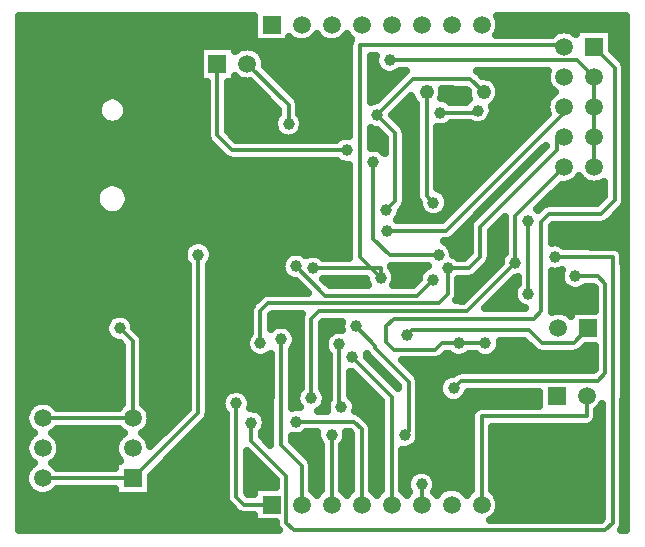
<source format=gbr>
G04 DipTrace 3.2.0.1*
G04 Bottom.gbr*
%MOIN*%
G04 #@! TF.FileFunction,Copper,L2,Bot*
G04 #@! TF.Part,Single*
G04 #@! TA.AperFunction,Conductor*
%ADD14C,0.011811*%
G04 #@! TA.AperFunction,CopperBalancing*
%ADD15C,0.025*%
G04 #@! TA.AperFunction,ComponentPad*
%ADD23R,0.059055X0.059055*%
%ADD24C,0.059055*%
%ADD37C,0.048*%
G04 #@! TA.AperFunction,ViaPad*
%ADD38C,0.03937*%
%FSLAX26Y26*%
G04*
G70*
G90*
G75*
G01*
G04 Bottom*
%LPD*%
X1424843Y1317228D2*
D14*
X1650661D1*
Y1286075D1*
X1581764Y1354972D1*
Y2060900D1*
X2262244D1*
Y2054651D1*
X1673177Y1441980D2*
X1868311D1*
X2262244Y1835913D1*
Y1854651D1*
X1250197Y1067374D2*
Y1174669D1*
X1275787Y1200260D1*
X1844441D1*
X1874795Y1230614D1*
Y1317228D1*
X1944472D1*
X1982619Y1355375D1*
Y1456299D1*
X2237257Y1710937D1*
Y1754651D1*
X2262244D1*
X1418701Y884299D2*
Y1149079D1*
X1444291Y1174669D1*
X1938791D1*
X2099335Y1335213D1*
Y1491741D1*
X2262244Y1654651D1*
X1987357Y529811D2*
Y823530D1*
X2337257D1*
Y892273D1*
X1343601Y1798428D2*
Y1860932D1*
X1206126Y1998407D1*
X2362244Y1654651D2*
Y1754651D1*
X524906Y817302D2*
X824906D1*
X2362244Y1954651D2*
X2305990Y2010906D1*
X1681066D1*
X2362244Y1854651D2*
Y1954651D1*
Y1754651D2*
Y1854651D1*
X824906Y817302D2*
Y1073504D1*
X781160Y1117249D1*
X1849798Y1835924D2*
X1968535D1*
X1974785Y1842173D1*
X2362244Y2054651D2*
X2430987Y1985908D1*
Y1543298D1*
X2385866Y1498177D1*
X2211541D1*
X2185949Y1472585D1*
Y1174669D1*
X2160358Y1149079D1*
X1694972D1*
X1669382Y1123488D1*
Y1071311D1*
X1694972Y1045720D1*
X1831508D1*
X1853717Y1067929D1*
X1911512D1*
X1999782D1*
Y1067255D1*
X1668378Y1510492D2*
X1698768Y1540882D1*
Y1767087D1*
X1637744Y1828110D1*
X1757988Y1948354D1*
X1949845D1*
X1993533Y1904667D1*
X1803533D2*
Y1559274D1*
X1826724Y1536083D1*
X1787357Y529811D2*
Y596740D1*
X1787358D1*
X524906Y617302D2*
X824906D1*
X1042413Y834810D1*
Y1361953D1*
X2142642Y1473465D2*
Y1232063D1*
X1893543Y917270D2*
X1917773Y941500D1*
X2373961D1*
X2399551Y967091D1*
Y1264827D1*
X2373961Y1290417D1*
X2299748D1*
X1731060Y761037D2*
X1744051Y774028D1*
Y938835D1*
X1632646Y1050240D1*
Y1059430D1*
X1568577Y1123499D1*
X1738280Y1094673D2*
X1754843Y1111236D1*
X2144122D1*
X2187323Y1068035D1*
X2294282D1*
X2343496Y1117249D1*
X1843549Y1360974D2*
X1680495D1*
X1625071Y1416398D1*
Y1670161D1*
X1537331Y1710937D2*
X1155587D1*
X1106126Y1760398D1*
Y1998407D1*
X1512567Y1063437D2*
Y854777D1*
X1518583D1*
X1826724Y1279701D2*
X1772874Y1225850D1*
X1466226D1*
X1368598Y1323478D1*
X1318701Y1080169D2*
Y728000D1*
X1387357Y659344D1*
Y529811D1*
X2231008Y1354724D2*
X2425142D1*
Y468976D1*
X2399551Y443386D1*
X1362161D1*
X1336571Y468976D1*
Y625283D1*
X1218701Y743154D1*
Y801827D1*
X1168701Y866524D2*
Y555402D1*
X1194291Y529811D1*
X1287357D1*
X1487357D2*
Y762567D1*
X1487358D1*
X1368701Y805874D2*
X1561764D1*
X1587357Y780281D1*
Y529811D1*
X1555874Y1020130D2*
X1687357Y888647D1*
Y529811D1*
D38*
X1650661Y1286075D3*
X1424843Y1317228D3*
X1673177Y1441980D3*
X1250197Y1067374D3*
X1874795Y1317228D3*
X1418701Y884299D3*
X2099335Y1335213D3*
X1681066Y2010906D3*
X781160Y1117249D3*
X1343601Y1798428D3*
X1911512Y1067929D3*
X1999782Y1067255D3*
X1637744Y1828110D3*
X1668378Y1510492D3*
X1826724Y1536083D3*
X1787358Y596740D3*
X1042413Y1361953D3*
X2142642Y1232063D3*
Y1473465D3*
X2299748Y1290417D3*
X1893543Y917270D3*
X1625071Y1670161D3*
X1843549Y1360974D3*
X1537331Y1710937D3*
X1518583Y854777D3*
X1512567Y1063437D3*
X1368598Y1323478D3*
X1826724Y1279701D3*
X1218701Y801827D3*
X2231008Y1354724D3*
X1168701Y866524D3*
X1487358Y762567D3*
X1368701Y805874D3*
X1555874Y1020130D3*
X1318701Y1080169D3*
X1568577Y1123499D3*
X1731060Y761037D3*
X1738280Y1094673D3*
X1849798Y1835924D3*
X1974785Y1842173D3*
X448089Y2132867D2*
D15*
X1226082D1*
X2048559D2*
X2465306D1*
X448089Y2107999D2*
X1226082D1*
X2044504D2*
X2235073D1*
X2289414D2*
X2300957D1*
X2423513D2*
X2465306D1*
X448089Y2083130D2*
X1226082D1*
X1425789D2*
X1448923D1*
X1525799D2*
X1548932D1*
X2423513D2*
X2465306D1*
X448089Y2058261D2*
X1544123D1*
X2423513D2*
X2465306D1*
X448089Y2033392D2*
X1044867D1*
X1255842D2*
X1544123D1*
X2435714D2*
X2465306D1*
X448089Y2008524D2*
X1044867D1*
X1266535D2*
X1544123D1*
X1619420D2*
X1629707D1*
X448089Y1983655D2*
X1044867D1*
X1273102D2*
X1544123D1*
X1619420D2*
X1637925D1*
X448089Y1958786D2*
X1044867D1*
X1297970D2*
X1544123D1*
X1619420D2*
X1716188D1*
X1991611D2*
X2201127D1*
X448089Y1933917D2*
X1068478D1*
X1143776D2*
X1218403D1*
X1322838D2*
X1544123D1*
X1619420D2*
X1691320D1*
X2040521D2*
X2204751D1*
X448089Y1909049D2*
X1068478D1*
X1143776D2*
X1243270D1*
X1347705D2*
X1544123D1*
X1619420D2*
X1666452D1*
X1859091D2*
X1936947D1*
X2049098D2*
X2222657D1*
X448089Y1884180D2*
X725139D1*
X787194D2*
X1068478D1*
X1143776D2*
X1268138D1*
X1372465D2*
X1544123D1*
X1619420D2*
X1641585D1*
X1860419D2*
X1941900D1*
X2045186D2*
X2208914D1*
X448089Y1859311D2*
X707053D1*
X805280D2*
X1068478D1*
X1143776D2*
X1293006D1*
X1381257D2*
X1544123D1*
X1721152D2*
X1765888D1*
X2023943D2*
X2201163D1*
X448089Y1834442D2*
X705761D1*
X806572D2*
X1068478D1*
X1143776D2*
X1305960D1*
X1381257D2*
X1544123D1*
X1696284D2*
X1765888D1*
X2025594D2*
X2204536D1*
X448089Y1809573D2*
X719289D1*
X793008D2*
X1068478D1*
X1143776D2*
X1293436D1*
X1393745D2*
X1544123D1*
X1708485D2*
X1765888D1*
X2013788D2*
X2183687D1*
X448089Y1784705D2*
X1068478D1*
X1143776D2*
X1294118D1*
X1393063D2*
X1544123D1*
X1731702D2*
X1765888D1*
X1841185D2*
X2158819D1*
X448089Y1759836D2*
X1068478D1*
X1158919D2*
X1311020D1*
X1376197D2*
X1532999D1*
X1619420D2*
X1653821D1*
X1736439D2*
X1765888D1*
X1841185D2*
X2133952D1*
X448089Y1734967D2*
X1079351D1*
X1619420D2*
X1661106D1*
X1736439D2*
X1765888D1*
X1841185D2*
X2109084D1*
X448089Y1710098D2*
X1104219D1*
X1736439D2*
X1765888D1*
X1841185D2*
X2084216D1*
X448089Y1685230D2*
X1129123D1*
X1736439D2*
X1765888D1*
X1841185D2*
X2059348D1*
X448089Y1660361D2*
X1544123D1*
X1736439D2*
X1765888D1*
X1841185D2*
X2034481D1*
X448089Y1635492D2*
X1544123D1*
X1736439D2*
X1765888D1*
X1841185D2*
X2009613D1*
X448089Y1610623D2*
X1544123D1*
X1736439D2*
X1765888D1*
X1841185D2*
X1984745D1*
X2303696D2*
X2320801D1*
X448089Y1585755D2*
X712830D1*
X799467D2*
X1544123D1*
X1736439D2*
X1765888D1*
X1841185D2*
X1959877D1*
X2245564D2*
X2393323D1*
X448089Y1560886D2*
X700091D1*
X812206D2*
X1544123D1*
X1736439D2*
X1765888D1*
X1871399D2*
X1935010D1*
X2220696D2*
X2393323D1*
X448089Y1536017D2*
X700414D1*
X811883D2*
X1544123D1*
X1736080D2*
X1774679D1*
X1878145D2*
X1910142D1*
X2195828D2*
X2371505D1*
X448089Y1511148D2*
X714122D1*
X798211D2*
X1544123D1*
X1721260D2*
X1782107D1*
X1871327D2*
X1885274D1*
X2451036D2*
X2465306D1*
X448089Y1486280D2*
X1544123D1*
X1713401D2*
X1860407D1*
X2426169D2*
X2465306D1*
X448089Y1461411D2*
X1544123D1*
X2039947D2*
X2061681D1*
X2226976D2*
X2465306D1*
X448089Y1436542D2*
X1544123D1*
X1915070D2*
X1944950D1*
X2020283D2*
X2061681D1*
X2223602D2*
X2465306D1*
X448089Y1411673D2*
X1544123D1*
X1888624D2*
X1944950D1*
X2020283D2*
X2061681D1*
X2223602D2*
X2465306D1*
X448089Y1386804D2*
X997751D1*
X1087079D2*
X1544123D1*
X1887619D2*
X1944950D1*
X2020283D2*
X2061681D1*
X2442030D2*
X2465306D1*
X448089Y1361936D2*
X990969D1*
X1093861D2*
X1335851D1*
X1447248D2*
X1544123D1*
X1897200D2*
X1936947D1*
X2020283D2*
X2055832D1*
X448089Y1337067D2*
X997787D1*
X1087043D2*
X1319094D1*
X2015115D2*
X2047937D1*
X448089Y1312198D2*
X1004748D1*
X1080081D2*
X1318484D1*
X1694526D2*
X1787633D1*
X1991647D2*
X2024110D1*
X448089Y1287329D2*
X1004748D1*
X1080081D2*
X1333124D1*
X1702062D2*
X1775899D1*
X1965452D2*
X1999242D1*
X2223602D2*
X2248422D1*
X448089Y1262461D2*
X1004748D1*
X1080081D2*
X1377405D1*
X1481840D2*
X1605306D1*
X1696033D2*
X1757275D1*
X1912451D2*
X1974375D1*
X2078810D2*
X2101799D1*
X2223602D2*
X2257070D1*
X448089Y1237592D2*
X1004748D1*
X1080081D2*
X1402273D1*
X1912451D2*
X1949507D1*
X2053942D2*
X2091537D1*
X2223602D2*
X2361888D1*
X448089Y1212723D2*
X1004748D1*
X1080081D2*
X1236022D1*
X1907570D2*
X1924639D1*
X2029074D2*
X2095197D1*
X2223602D2*
X2361888D1*
X448089Y1187854D2*
X1004748D1*
X1080081D2*
X1215101D1*
X2004207D2*
X2119167D1*
X2223602D2*
X2361888D1*
X448089Y1162986D2*
X761274D1*
X801046D2*
X1004748D1*
X1080081D2*
X1212553D1*
X1290721D2*
X1383900D1*
X448089Y1138117D2*
X734397D1*
X827923D2*
X1004748D1*
X1080081D2*
X1212553D1*
X1287851D2*
X1381030D1*
X1459951D2*
X1519363D1*
X448089Y1113248D2*
X729875D1*
X837360D2*
X1004748D1*
X1080081D2*
X1212553D1*
X1357251D2*
X1381030D1*
X1456363D2*
X1518215D1*
X448089Y1088379D2*
X739133D1*
X859250D2*
X1004748D1*
X1080081D2*
X1203511D1*
X1369451D2*
X1381030D1*
X1456363D2*
X1467977D1*
X448089Y1063510D2*
X782697D1*
X862551D2*
X1004748D1*
X1080081D2*
X1198917D1*
X1367226D2*
X1381030D1*
X2051071D2*
X2139621D1*
X448089Y1038642D2*
X787254D1*
X862551D2*
X1004748D1*
X1080081D2*
X1208104D1*
X1356353D2*
X1381030D1*
X1456363D2*
X1467869D1*
X2041993D2*
X2165530D1*
X2316076D2*
X2361888D1*
X448089Y1013773D2*
X787254D1*
X862551D2*
X1004748D1*
X1080081D2*
X1281056D1*
X1356353D2*
X1381030D1*
X1456363D2*
X1474903D1*
X1848684D2*
X2361888D1*
X448089Y988904D2*
X787254D1*
X862551D2*
X1004748D1*
X1080081D2*
X1281056D1*
X1356353D2*
X1381030D1*
X1456363D2*
X1474903D1*
X1746199D2*
X2361888D1*
X448089Y964035D2*
X787254D1*
X862551D2*
X1004748D1*
X1080081D2*
X1281056D1*
X1356353D2*
X1381030D1*
X1456363D2*
X1474903D1*
X1550236D2*
X1559769D1*
X1771067D2*
X1876626D1*
X448089Y939167D2*
X787254D1*
X862551D2*
X1004748D1*
X1080081D2*
X1281056D1*
X1356353D2*
X1381030D1*
X1456363D2*
X1474903D1*
X1550236D2*
X1584637D1*
X1781689D2*
X1847273D1*
X448089Y914298D2*
X787254D1*
X862551D2*
X1004748D1*
X1080081D2*
X1155605D1*
X1181777D2*
X1281056D1*
X1356353D2*
X1377549D1*
X1459843D2*
X1474903D1*
X1550236D2*
X1609504D1*
X1781689D2*
X1842213D1*
X448089Y889429D2*
X787254D1*
X862551D2*
X1004748D1*
X1080081D2*
X1122951D1*
X1214431D2*
X1281056D1*
X1356353D2*
X1367537D1*
X1555618D2*
X1634372D1*
X1781689D2*
X1850790D1*
X1936278D2*
X2175972D1*
X448089Y864560D2*
X487478D1*
X562344D2*
X787254D1*
X862551D2*
X1004748D1*
X1080081D2*
X1117317D1*
X1220101D2*
X1281056D1*
X1356353D2*
X1371413D1*
X1569039D2*
X1649695D1*
X1781689D2*
X2175972D1*
X448089Y839692D2*
X468064D1*
X881749D2*
X995095D1*
X1080081D2*
X1125283D1*
X1252182D2*
X1281056D1*
X1573848D2*
X1649695D1*
X1781689D2*
X1953634D1*
X2374926D2*
X2387473D1*
X448089Y814823D2*
X463686D1*
X886127D2*
X970228D1*
X1073837D2*
X1131060D1*
X1268365D2*
X1281056D1*
X1605031D2*
X1649695D1*
X1781689D2*
X1949686D1*
X2373814D2*
X2387473D1*
X448089Y789954D2*
X470397D1*
X879417D2*
X945360D1*
X1049759D2*
X1131060D1*
X1268688D2*
X1281056D1*
X1623655D2*
X1649695D1*
X1781689D2*
X1949686D1*
X2350166D2*
X2387473D1*
X448089Y765085D2*
X488195D1*
X561626D2*
X788187D1*
X861618D2*
X920492D1*
X1024891D2*
X1131060D1*
X1256344D2*
X1281056D1*
X1398230D2*
X1436004D1*
X1538717D2*
X1549685D1*
X1625018D2*
X1649695D1*
X1782335D2*
X1949686D1*
X2025019D2*
X2387473D1*
X448089Y740217D2*
X468280D1*
X581542D2*
X768271D1*
X881534D2*
X895588D1*
X1000023D2*
X1131060D1*
X1358686D2*
X1441315D1*
X1533406D2*
X1549685D1*
X1625018D2*
X1649695D1*
X1777849D2*
X1949686D1*
X2025019D2*
X2387473D1*
X448089Y715348D2*
X463650D1*
X586135D2*
X763678D1*
X975156D2*
X1131060D1*
X1383554D2*
X1449712D1*
X1525009D2*
X1549685D1*
X1625018D2*
X1649695D1*
X1751079D2*
X1949686D1*
X2025019D2*
X2387473D1*
X448089Y690479D2*
X470110D1*
X579712D2*
X770101D1*
X950288D2*
X1131060D1*
X1206358D2*
X1219156D1*
X1408421D2*
X1449712D1*
X1525009D2*
X1549685D1*
X1625018D2*
X1649695D1*
X1725028D2*
X1949686D1*
X2025019D2*
X2387473D1*
X448089Y665610D2*
X488913D1*
X560873D2*
X763642D1*
X925420D2*
X1131060D1*
X1206358D2*
X1244024D1*
X1424462D2*
X1449712D1*
X1525009D2*
X1549685D1*
X1625018D2*
X1649695D1*
X1725028D2*
X1949686D1*
X2025019D2*
X2387473D1*
X448089Y640741D2*
X468495D1*
X900553D2*
X1131060D1*
X1206358D2*
X1268892D1*
X1425000D2*
X1449712D1*
X1525009D2*
X1549685D1*
X1625018D2*
X1649695D1*
X1725028D2*
X1763447D1*
X1811257D2*
X1949686D1*
X2025019D2*
X2387473D1*
X448089Y615873D2*
X463650D1*
X886199D2*
X1131060D1*
X1206358D2*
X1293759D1*
X1425000D2*
X1449712D1*
X1525009D2*
X1549685D1*
X1625018D2*
X1649695D1*
X1725028D2*
X1739836D1*
X1834905D2*
X1949686D1*
X2025019D2*
X2387473D1*
X448089Y591004D2*
X469858D1*
X886199D2*
X1131060D1*
X1206358D2*
X1298927D1*
X1425000D2*
X1449712D1*
X1525009D2*
X1549685D1*
X1625018D2*
X1649695D1*
X1725028D2*
X1736235D1*
X1838457D2*
X1949686D1*
X2025019D2*
X2387473D1*
X448089Y566135D2*
X493470D1*
X556316D2*
X763642D1*
X886199D2*
X1131060D1*
X1210197D2*
X1226082D1*
X2036072D2*
X2387473D1*
X448089Y541266D2*
X1134003D1*
X2047519D2*
X2387473D1*
X448089Y516398D2*
X1155498D1*
X2047088D2*
X2387473D1*
X448089Y491529D2*
X1226082D1*
X2034457D2*
X2387473D1*
X448089Y466660D2*
X1298998D1*
X804935Y1840581D2*
X803734Y1832997D1*
X801361Y1825694D1*
X797875Y1818852D1*
X793362Y1812640D1*
X787932Y1807211D1*
X781720Y1802698D1*
X774879Y1799212D1*
X767576Y1796839D1*
X759992Y1795638D1*
X752314D1*
X744730Y1796839D1*
X737427Y1799212D1*
X730585Y1802698D1*
X724373Y1807211D1*
X718944Y1812640D1*
X714431Y1818852D1*
X710945Y1825694D1*
X708572Y1832997D1*
X707371Y1840581D1*
Y1848259D1*
X708572Y1855843D1*
X710945Y1863146D1*
X714431Y1869987D1*
X718944Y1876199D1*
X724373Y1881629D1*
X730585Y1886142D1*
X737427Y1889628D1*
X744730Y1892001D1*
X752314Y1893202D1*
X759992D1*
X767576Y1892001D1*
X774879Y1889628D1*
X781720Y1886142D1*
X787932Y1881629D1*
X793362Y1876199D1*
X797875Y1869987D1*
X801361Y1863146D1*
X803734Y1855843D1*
X804935Y1848259D1*
Y1840581D1*
X810822Y1544842D2*
X809476Y1536343D1*
X806817Y1528159D1*
X802910Y1520491D1*
X797852Y1513530D1*
X791768Y1507445D1*
X784806Y1502387D1*
X777139Y1498480D1*
X768955Y1495821D1*
X760455Y1494475D1*
X751850D1*
X743351Y1495821D1*
X735167Y1498480D1*
X727500Y1502387D1*
X720538Y1507445D1*
X714453Y1513530D1*
X709395Y1520491D1*
X705489Y1528159D1*
X702829Y1536343D1*
X701483Y1544842D1*
Y1553447D1*
X702829Y1561946D1*
X705489Y1570130D1*
X709395Y1577797D1*
X714453Y1584759D1*
X720538Y1590844D1*
X727500Y1595902D1*
X735167Y1599809D1*
X743351Y1602468D1*
X751850Y1603814D1*
X760455D1*
X768955Y1602468D1*
X777139Y1599809D1*
X784806Y1595902D1*
X791768Y1590844D1*
X797852Y1584759D1*
X802910Y1577797D1*
X806817Y1570130D1*
X809476Y1561946D1*
X810822Y1553447D1*
Y1544842D1*
X1237768Y588587D2*
X1301390D1*
X1301417Y610755D1*
X1203849Y708291D1*
X1203854Y569941D1*
X1208859Y564958D1*
X1228561Y564965D1*
X1228581Y588587D1*
X1237768D1*
X1301385Y471035D2*
X1228581D1*
Y494683D1*
X1191533Y494766D1*
X1186085Y495629D1*
X1180839Y497333D1*
X1175924Y499838D1*
X1171461Y503080D1*
X1143843Y530544D1*
X1140261Y534739D1*
X1137379Y539442D1*
X1135268Y544539D1*
X1133980Y549902D1*
X1133548Y555412D1*
X1133547Y832463D1*
X1129113Y837761D1*
X1125101Y844308D1*
X1122163Y851402D1*
X1120370Y858869D1*
X1119768Y866524D1*
X1120370Y874178D1*
X1122163Y881645D1*
X1125101Y888739D1*
X1129113Y895286D1*
X1134100Y901125D1*
X1139939Y906111D1*
X1146486Y910123D1*
X1153580Y913062D1*
X1161046Y914854D1*
X1168701Y915457D1*
X1176356Y914854D1*
X1183822Y913062D1*
X1190916Y910123D1*
X1197463Y906111D1*
X1203302Y901125D1*
X1208288Y895286D1*
X1212300Y888739D1*
X1215239Y881645D1*
X1217031Y874178D1*
X1217634Y866524D1*
X1217031Y858869D1*
X1215239Y851402D1*
X1214953Y850628D1*
X1222540Y850609D1*
X1230124Y849408D1*
X1237427Y847035D1*
X1244268Y843549D1*
X1250480Y839036D1*
X1255910Y833606D1*
X1260423Y827394D1*
X1263909Y820553D1*
X1266282Y813250D1*
X1267483Y805666D1*
Y797988D1*
X1266282Y790404D1*
X1263909Y783101D1*
X1260423Y776259D1*
X1255910Y770047D1*
X1253862Y767832D1*
X1253854Y757725D1*
X1283522Y728047D1*
X1283547Y1031544D1*
X1278959Y1027786D1*
X1272412Y1023774D1*
X1265318Y1020836D1*
X1257852Y1019043D1*
X1250197Y1018441D1*
X1242542Y1019043D1*
X1235076Y1020836D1*
X1227982Y1023774D1*
X1221435Y1027786D1*
X1215596Y1032773D1*
X1210609Y1038612D1*
X1206597Y1045159D1*
X1203659Y1052253D1*
X1201866Y1059719D1*
X1201264Y1067374D1*
X1201866Y1075029D1*
X1203659Y1082495D1*
X1206597Y1089589D1*
X1210609Y1096136D1*
X1215036Y1101369D1*
X1215152Y1177427D1*
X1216014Y1182876D1*
X1217719Y1188122D1*
X1220223Y1193037D1*
X1223466Y1197500D1*
X1250930Y1225117D1*
X1255125Y1228700D1*
X1259828Y1231582D1*
X1264924Y1233693D1*
X1270288Y1234981D1*
X1275787Y1235414D1*
X1406944D1*
X1367809Y1274552D1*
X1360944Y1275147D1*
X1353477Y1276940D1*
X1346383Y1279878D1*
X1339836Y1283890D1*
X1333998Y1288877D1*
X1329011Y1294716D1*
X1324999Y1301263D1*
X1322060Y1308357D1*
X1320268Y1315823D1*
X1319665Y1323478D1*
X1320268Y1331133D1*
X1322060Y1338599D1*
X1324999Y1345693D1*
X1329011Y1352240D1*
X1333998Y1358079D1*
X1339836Y1363065D1*
X1346383Y1367077D1*
X1353477Y1370016D1*
X1360944Y1371808D1*
X1368598Y1372411D1*
X1376253Y1371808D1*
X1383720Y1370016D1*
X1390814Y1367077D1*
X1397361Y1363065D1*
X1401094Y1360024D1*
X1406117Y1362437D1*
X1413419Y1364809D1*
X1421003Y1366011D1*
X1428682D1*
X1436266Y1364809D1*
X1443568Y1362437D1*
X1450410Y1358951D1*
X1456622Y1354437D1*
X1458837Y1352390D1*
X1546741Y1352382D1*
X1546610Y1382531D1*
Y1662895D1*
X1541170Y1662155D1*
X1533491D1*
X1525908Y1663356D1*
X1518605Y1665729D1*
X1511763Y1669215D1*
X1505551Y1673728D1*
X1503336Y1675776D1*
X1152828Y1675892D1*
X1147380Y1676755D1*
X1142134Y1678459D1*
X1137219Y1680964D1*
X1132756Y1684206D1*
X1091755Y1725054D1*
X1079395Y1737567D1*
X1076153Y1742030D1*
X1073648Y1746945D1*
X1071944Y1752191D1*
X1071081Y1757640D1*
X1070972Y1815516D1*
Y1939639D1*
X1047350Y1939631D1*
Y2057182D1*
X1164902D1*
Y2040281D1*
X1171579Y2045957D1*
X1179442Y2050776D1*
X1187963Y2054306D1*
X1196931Y2056459D1*
X1206126Y2057182D1*
X1215321Y2056459D1*
X1224289Y2054306D1*
X1232810Y2050776D1*
X1240673Y2045957D1*
X1247687Y2039967D1*
X1253676Y2032954D1*
X1258495Y2025090D1*
X1262025Y2016569D1*
X1264178Y2007601D1*
X1264902Y1998407D1*
X1264269Y1989982D1*
X1370332Y1883762D1*
X1373574Y1879300D1*
X1376079Y1874384D1*
X1377783Y1869138D1*
X1378646Y1863690D1*
X1378755Y1832476D1*
X1383189Y1827190D1*
X1387201Y1820643D1*
X1390139Y1813549D1*
X1391932Y1806083D1*
X1392534Y1798428D1*
X1391932Y1790773D1*
X1390139Y1783307D1*
X1387201Y1776213D1*
X1383189Y1769666D1*
X1378202Y1763827D1*
X1372363Y1758840D1*
X1365816Y1754828D1*
X1358722Y1751890D1*
X1351256Y1750097D1*
X1343601Y1749495D1*
X1335946Y1750097D1*
X1328480Y1751890D1*
X1321386Y1754828D1*
X1314839Y1758840D1*
X1309000Y1763827D1*
X1304013Y1769666D1*
X1300001Y1776213D1*
X1297063Y1783307D1*
X1295270Y1790773D1*
X1294668Y1798428D1*
X1295270Y1806083D1*
X1297063Y1813549D1*
X1300001Y1820643D1*
X1304013Y1827190D1*
X1308440Y1832423D1*
X1308447Y1846405D1*
X1214584Y1940234D1*
X1206126Y1939631D1*
X1196931Y1940355D1*
X1187963Y1942508D1*
X1179442Y1946037D1*
X1171579Y1950856D1*
X1164896Y1956540D1*
X1164902Y1939631D1*
X1141254D1*
X1141280Y1774956D1*
X1170135Y1746103D1*
X1503268Y1746091D1*
X1508569Y1750525D1*
X1515116Y1754537D1*
X1522210Y1757475D1*
X1529676Y1759268D1*
X1537331Y1759870D1*
X1544986Y1759268D1*
X1546610Y1759172D1*
X1546719Y2063658D1*
X1547581Y2069107D1*
X1549286Y2074353D1*
X1551790Y2079268D1*
X1553331Y2081572D1*
X1545796Y2088082D1*
X1539807Y2095096D1*
X1537353Y2098768D1*
X1532050Y2091471D1*
X1525529Y2084950D1*
X1518067Y2079529D1*
X1509849Y2075341D1*
X1501078Y2072491D1*
X1491968Y2071049D1*
X1482745D1*
X1473636Y2072491D1*
X1464865Y2075341D1*
X1456647Y2079529D1*
X1449185Y2084950D1*
X1442664Y2091471D1*
X1437353Y2098768D1*
X1432050Y2091471D1*
X1425529Y2084950D1*
X1418067Y2079529D1*
X1409849Y2075341D1*
X1401078Y2072491D1*
X1391968Y2071049D1*
X1382745D1*
X1373636Y2072491D1*
X1364865Y2075341D1*
X1356647Y2079529D1*
X1349185Y2084950D1*
X1346127Y2087776D1*
X1346133Y2070867D1*
X1228581D1*
Y2157743D1*
X445574Y2157736D1*
X445571Y444171D1*
X1311623Y444193D1*
X1308131Y448314D1*
X1305249Y453017D1*
X1303138Y458113D1*
X1301850Y463477D1*
X1301417Y471022D1*
X1422513Y576882D2*
X1428918Y571372D1*
X1434907Y564358D1*
X1437361Y560686D1*
X1442664Y567983D1*
X1449185Y574504D1*
X1452201Y576882D1*
X1452203Y728502D1*
X1447771Y733805D1*
X1443759Y740352D1*
X1440820Y747446D1*
X1439028Y754912D1*
X1438425Y762567D1*
X1439124Y770708D1*
X1402761Y770720D1*
X1397463Y766286D1*
X1390916Y762274D1*
X1383822Y759336D1*
X1376356Y757543D1*
X1368701Y756941D1*
X1361046Y757543D1*
X1353854Y759258D1*
Y742535D1*
X1414088Y682174D1*
X1417330Y677712D1*
X1419835Y672797D1*
X1421539Y667550D1*
X1422402Y662102D1*
X1422511Y604226D1*
Y576918D1*
X1522513Y576882D2*
X1528918Y571372D1*
X1534907Y564358D1*
X1537361Y560686D1*
X1542664Y567983D1*
X1549185Y574504D1*
X1552201Y576882D1*
X1552203Y765750D1*
X1547199Y770724D1*
X1535604Y770720D1*
X1536291Y762567D1*
X1535689Y754912D1*
X1533896Y747446D1*
X1530958Y740352D1*
X1526946Y733805D1*
X1522520Y728572D1*
X1522511Y576938D1*
X1622513Y576882D2*
X1628918Y571372D1*
X1634907Y564358D1*
X1637361Y560686D1*
X1642664Y567983D1*
X1649185Y574504D1*
X1652201Y576882D1*
X1652203Y874120D1*
X1555092Y971198D1*
X1547733Y971896D1*
X1547721Y894100D1*
X1553184Y889378D1*
X1558170Y883539D1*
X1562182Y876992D1*
X1565121Y869898D1*
X1566913Y862432D1*
X1567516Y854777D1*
X1566913Y847122D1*
X1565451Y840826D1*
X1569970Y840056D1*
X1575217Y838352D1*
X1580132Y835847D1*
X1584594Y832605D1*
X1612214Y805138D1*
X1615797Y800944D1*
X1618679Y796240D1*
X1620790Y791144D1*
X1622078Y785780D1*
X1622511Y780281D1*
Y576925D1*
X1722513Y576882D2*
X1728918Y571372D1*
X1734907Y564358D1*
X1737361Y560686D1*
X1742664Y567983D1*
X1745637Y571200D1*
X1742150Y578014D1*
X1739777Y585317D1*
X1738576Y592901D1*
Y600579D1*
X1739777Y608163D1*
X1742150Y615466D1*
X1745636Y622308D1*
X1750149Y628520D1*
X1755579Y633949D1*
X1761791Y638462D1*
X1768632Y641948D1*
X1775935Y644321D1*
X1783519Y645522D1*
X1791198D1*
X1798781Y644321D1*
X1806084Y641948D1*
X1812926Y638462D1*
X1819138Y633949D1*
X1824567Y628520D1*
X1829081Y622308D1*
X1832567Y615466D1*
X1834939Y608163D1*
X1836140Y600579D1*
Y592901D1*
X1834939Y585317D1*
X1832567Y578014D1*
X1829088Y571186D1*
X1834907Y564358D1*
X1837361Y560686D1*
X1842664Y567983D1*
X1849185Y574504D1*
X1856647Y579925D1*
X1864865Y584113D1*
X1873636Y586963D1*
X1882745Y588405D1*
X1891968D1*
X1901078Y586963D1*
X1909849Y584113D1*
X1918067Y579925D1*
X1925529Y574504D1*
X1932050Y567983D1*
X1937361Y560686D1*
X1942664Y567983D1*
X1949185Y574504D1*
X1952201Y576882D1*
X1952312Y826288D1*
X1953175Y831737D1*
X1954879Y836983D1*
X1957384Y841898D1*
X1960626Y846361D1*
X1964526Y850261D1*
X1968989Y853504D1*
X1973904Y856008D1*
X1979150Y857713D1*
X1984599Y858575D1*
X2042475Y858684D1*
X2178512D1*
X2178482Y906378D1*
X1941233Y906346D1*
X1938752Y898544D1*
X1935266Y891703D1*
X1930752Y885491D1*
X1925323Y880061D1*
X1919111Y875548D1*
X1912269Y872062D1*
X1904967Y869689D1*
X1897383Y868488D1*
X1889704D1*
X1882120Y869689D1*
X1874817Y872062D1*
X1867976Y875548D1*
X1861764Y880061D1*
X1856334Y885491D1*
X1851821Y891703D1*
X1848335Y898544D1*
X1845962Y905847D1*
X1844761Y913431D1*
Y921110D1*
X1845962Y928694D1*
X1848335Y935996D1*
X1851821Y942838D1*
X1856334Y949050D1*
X1861764Y954479D1*
X1867976Y958993D1*
X1874817Y962479D1*
X1882120Y964851D1*
X1889704Y966053D1*
X1892916Y966357D1*
X1897110Y969940D1*
X1901814Y972822D1*
X1906910Y974933D1*
X1912274Y976221D1*
X1917773Y976654D1*
X2359400D1*
X2364404Y981658D1*
X2364397Y1058488D1*
X2334415Y1058474D1*
X2317113Y1041304D1*
X2312650Y1038062D1*
X2307735Y1035558D1*
X2302489Y1033853D1*
X2297040Y1032990D1*
X2239164Y1032882D1*
X2184565Y1032990D1*
X2179116Y1033853D1*
X2173870Y1035558D1*
X2168955Y1038062D1*
X2164492Y1041304D1*
X2129555Y1076088D1*
X2047917Y1076083D1*
X2048564Y1071094D1*
Y1063415D1*
X2047363Y1055831D1*
X2044990Y1048529D1*
X2041504Y1041687D1*
X2036991Y1035475D1*
X2031562Y1030046D1*
X2025350Y1025532D1*
X2018508Y1022046D1*
X2011205Y1019674D1*
X2003621Y1018472D1*
X1995943D1*
X1988359Y1019674D1*
X1981056Y1022046D1*
X1974215Y1025532D1*
X1968003Y1030046D1*
X1965069Y1032775D1*
X1945561Y1032776D1*
X1940274Y1028341D1*
X1933727Y1024329D1*
X1926633Y1021391D1*
X1919167Y1019599D1*
X1911512Y1018996D1*
X1903857Y1019599D1*
X1896391Y1021391D1*
X1889297Y1024329D1*
X1882750Y1028341D1*
X1877517Y1032768D1*
X1868271Y1032775D1*
X1854338Y1018989D1*
X1849876Y1015747D1*
X1844961Y1013243D1*
X1839714Y1011538D1*
X1834266Y1010675D1*
X1776390Y1010567D1*
X1722025D1*
X1770782Y961665D1*
X1774025Y957202D1*
X1776529Y952287D1*
X1778233Y947041D1*
X1779096Y941593D1*
X1779205Y883717D1*
X1779095Y771259D1*
X1779993Y761037D1*
X1779391Y753382D1*
X1777598Y745916D1*
X1774660Y738822D1*
X1770648Y732275D1*
X1765661Y726436D1*
X1759823Y721449D1*
X1753276Y717437D1*
X1746182Y714499D1*
X1738715Y712706D1*
X1731060Y712104D1*
X1723406Y712706D1*
X1722508Y712885D1*
X1722511Y576921D1*
X2045951Y525200D2*
X2044509Y516090D1*
X2041659Y507319D1*
X2037471Y499101D1*
X2032050Y491639D1*
X2025529Y485118D1*
X2018067Y479697D1*
X2016007Y478543D1*
X2384968Y478539D1*
X2389994Y483544D1*
X2389988Y866322D1*
X2387372Y861563D1*
X2381951Y854101D1*
X2375429Y847580D1*
X2372413Y845202D1*
X2372303Y820772D1*
X2371440Y815324D1*
X2369735Y810077D1*
X2367231Y805162D1*
X2363988Y800700D1*
X2360088Y796799D1*
X2355625Y793557D1*
X2350710Y791052D1*
X2345464Y789348D1*
X2340015Y788485D1*
X2282139Y788377D1*
X2022517D1*
X2022511Y576898D1*
X2028918Y571372D1*
X2034907Y564358D1*
X2039726Y556495D1*
X2043256Y547974D1*
X2045409Y539006D1*
X2046133Y529811D1*
X2045951Y525200D1*
X2312655Y2113426D2*
X2421020D1*
Y2045569D1*
X2457718Y2008739D1*
X2460960Y2004276D1*
X2463465Y1999361D1*
X2465169Y1994115D1*
X2466032Y1988666D1*
X2466140Y1930790D1*
X2466032Y1540540D1*
X2465169Y1535091D1*
X2463465Y1529845D1*
X2460960Y1524930D1*
X2457718Y1520467D1*
X2416870Y1479466D1*
X2408697Y1471446D1*
X2404234Y1468204D1*
X2399319Y1465699D1*
X2394073Y1463995D1*
X2388624Y1463132D1*
X2330748Y1463024D1*
X2226074D1*
X2221098Y1458019D1*
X2221102Y1402647D1*
X2227169Y1403507D1*
X2234847D1*
X2242431Y1402305D1*
X2249734Y1399933D1*
X2256575Y1396447D1*
X2262787Y1391933D1*
X2265003Y1389886D1*
X2427900Y1389770D1*
X2433348Y1388907D1*
X2438594Y1387202D1*
X2443509Y1384698D1*
X2447972Y1381455D1*
X2451873Y1377555D1*
X2455115Y1373092D1*
X2457619Y1368177D1*
X2459324Y1362931D1*
X2460187Y1357483D1*
X2460295Y1299606D1*
X2460187Y466218D1*
X2459324Y460770D1*
X2457619Y455524D1*
X2455115Y450609D1*
X2451865Y446138D1*
X2454068Y444193D1*
X2467812D1*
X2467815Y2157758D1*
X2038975Y2157736D1*
X2041659Y2152135D1*
X2044509Y2143364D1*
X2045951Y2134255D1*
Y2125032D1*
X2044509Y2115922D1*
X2041659Y2107151D1*
X2037471Y2098933D1*
X2035538Y2096040D1*
X2220683Y2096212D1*
X2227697Y2102201D1*
X2235561Y2107020D1*
X2244081Y2110550D1*
X2253050Y2112703D1*
X2262244Y2113427D1*
X2271439Y2112703D1*
X2280407Y2110550D1*
X2288928Y2107020D1*
X2296792Y2102201D1*
X2303474Y2096517D1*
X2303469Y2113426D1*
X2312655D1*
X2231369Y1904647D2*
X2224072Y1909958D1*
X2217551Y1916479D1*
X2212130Y1923941D1*
X2207943Y1932158D1*
X2205092Y1940930D1*
X2203650Y1950039D1*
Y1959262D1*
X2205092Y1968372D1*
X2207425Y1975740D1*
X1971872Y1975752D1*
X1981198Y1966716D1*
X1990104Y1957810D1*
X1997711Y1957751D1*
X2005963Y1956443D1*
X2013910Y1953861D1*
X2021355Y1950068D1*
X2028115Y1945157D1*
X2034023Y1939248D1*
X2038934Y1932489D1*
X2042728Y1925044D1*
X2045310Y1917097D1*
X2046617Y1908844D1*
Y1900489D1*
X2045310Y1892236D1*
X2042728Y1884290D1*
X2038934Y1876845D1*
X2034023Y1870085D1*
X2028115Y1864177D1*
X2021355Y1859265D1*
X2020771Y1858938D1*
X2022366Y1853596D1*
X2023567Y1846012D1*
Y1838334D1*
X2022366Y1830750D1*
X2019993Y1823447D1*
X2016507Y1816606D1*
X2011994Y1810394D1*
X2006564Y1804964D1*
X2000352Y1800451D1*
X1993511Y1796965D1*
X1986208Y1794592D1*
X1978624Y1793391D1*
X1970946D1*
X1963362Y1794592D1*
X1956059Y1796965D1*
X1948731Y1800776D1*
X1883813Y1800770D1*
X1878560Y1796336D1*
X1872013Y1792324D1*
X1864919Y1789386D1*
X1857453Y1787593D1*
X1849798Y1786991D1*
X1842143Y1787593D1*
X1838684Y1788281D1*
X1838686Y1583539D1*
X1845450Y1581291D1*
X1852292Y1577805D1*
X1858504Y1573292D1*
X1863933Y1567862D1*
X1868447Y1561650D1*
X1871933Y1554809D1*
X1874305Y1547506D1*
X1875507Y1539922D1*
Y1532243D1*
X1874305Y1524659D1*
X1871933Y1517357D1*
X1868447Y1510515D1*
X1863933Y1504303D1*
X1858504Y1498874D1*
X1852292Y1494360D1*
X1845450Y1490874D1*
X1838148Y1488502D1*
X1830564Y1487300D1*
X1822885D1*
X1815301Y1488502D1*
X1807999Y1490874D1*
X1801157Y1494360D1*
X1794945Y1498874D1*
X1789515Y1504303D1*
X1785002Y1510515D1*
X1781516Y1517357D1*
X1779143Y1524659D1*
X1777942Y1532243D1*
X1777823Y1535288D1*
X1773559Y1540907D1*
X1771055Y1545822D1*
X1769350Y1551068D1*
X1768488Y1556516D1*
X1768379Y1614392D1*
Y1864685D1*
X1763043Y1870085D1*
X1758131Y1876845D1*
X1754338Y1884290D1*
X1751727Y1892380D1*
X1687465Y1828116D1*
X1725499Y1789917D1*
X1728741Y1785454D1*
X1731245Y1780539D1*
X1732950Y1775293D1*
X1733813Y1769845D1*
X1733921Y1711969D1*
X1733813Y1538124D1*
X1732950Y1532675D1*
X1731245Y1527429D1*
X1728741Y1522514D1*
X1725499Y1518051D1*
X1723617Y1516017D1*
X1717160Y1506653D1*
X1715959Y1499069D1*
X1713586Y1491766D1*
X1710100Y1484925D1*
X1705556Y1478680D1*
X1709923Y1477134D1*
X1853782D1*
X2208204Y1831588D1*
X2206345Y1836488D1*
X2204192Y1845456D1*
X2203469Y1854651D1*
X2204192Y1863845D1*
X2206345Y1872814D1*
X2209875Y1881334D1*
X2214694Y1889198D1*
X2220683Y1896212D1*
X2227697Y1902201D1*
X2231369Y1904655D1*
X2395847Y1606469D2*
X2388928Y1602281D1*
X2380407Y1598752D1*
X2371439Y1596599D1*
X2362244Y1595875D1*
X2353050Y1596599D1*
X2344081Y1598752D1*
X2335561Y1602281D1*
X2327697Y1607100D1*
X2320683Y1613090D1*
X2314694Y1620103D1*
X2312240Y1623776D1*
X2306937Y1616479D1*
X2300416Y1609958D1*
X2292954Y1604536D1*
X2284737Y1600349D1*
X2275965Y1597499D1*
X2266856Y1596057D1*
X2257633D1*
X2253819Y1596508D1*
X2170813Y1513505D1*
X2174362Y1510720D1*
X2188710Y1524908D1*
X2193173Y1528151D1*
X2198088Y1530655D1*
X2203334Y1532359D1*
X2208783Y1533222D1*
X2266659Y1533331D1*
X2371333D1*
X2395847Y1557873D1*
X2395833Y1606418D1*
X2293907Y1176025D2*
X2364419D1*
X2364397Y1250253D1*
X2359393Y1255270D1*
X2333806Y1255264D1*
X2328510Y1250830D1*
X2321963Y1246818D1*
X2314869Y1243879D1*
X2307403Y1242087D1*
X2299748Y1241484D1*
X2292093Y1242087D1*
X2284627Y1243879D1*
X2277533Y1246818D1*
X2270986Y1250830D1*
X2265147Y1255816D1*
X2260160Y1261655D1*
X2256148Y1268202D1*
X2253210Y1275296D1*
X2251417Y1282763D1*
X2250815Y1290417D1*
X2251417Y1298072D1*
X2253210Y1305538D1*
X2256244Y1312803D1*
X2249734Y1309516D1*
X2242431Y1307143D1*
X2234847Y1305942D1*
X2227169D1*
X2221101Y1306842D1*
X2221004Y1171551D1*
X2229775Y1174401D1*
X2238885Y1175844D1*
X2248108D1*
X2257217Y1174401D1*
X2265989Y1171551D1*
X2274206Y1167364D1*
X2281668Y1161943D1*
X2284726Y1159116D1*
X2284721Y1176025D1*
X2293907D1*
X775316Y676077D2*
X783031D1*
X777355Y682754D1*
X772536Y690618D1*
X769007Y699139D1*
X766854Y708107D1*
X766130Y717302D1*
X766854Y726496D1*
X769007Y735464D1*
X772536Y743985D1*
X777355Y751849D1*
X783345Y758862D1*
X790358Y764852D1*
X794030Y767306D1*
X786734Y772609D1*
X780212Y779130D1*
X777835Y782146D1*
X572030Y782148D1*
X566466Y775741D1*
X559453Y769751D1*
X555781Y767298D1*
X563077Y761995D1*
X569599Y755474D1*
X575020Y748012D1*
X579207Y739794D1*
X582057Y731023D1*
X583500Y721913D1*
Y712690D1*
X582057Y703581D1*
X579207Y694809D1*
X575020Y686592D1*
X569599Y679130D1*
X563077Y672609D1*
X555781Y667298D1*
X563077Y661995D1*
X569599Y655474D1*
X571976Y652458D1*
X766155Y652455D1*
X766130Y676077D1*
X775316D1*
X883681Y626378D2*
Y558526D1*
X766130D1*
Y582174D1*
X572030Y582148D1*
X566466Y575741D1*
X559453Y569751D1*
X551589Y564932D1*
X543068Y561403D1*
X534100Y559250D1*
X524906Y558526D1*
X515711Y559250D1*
X506743Y561403D1*
X498222Y564932D1*
X490358Y569751D1*
X483345Y575741D1*
X477355Y582754D1*
X472536Y590618D1*
X469007Y599139D1*
X466854Y608107D1*
X466130Y617302D1*
X466854Y626496D1*
X469007Y635464D1*
X472536Y643985D1*
X477355Y651849D1*
X483345Y658862D1*
X490358Y664852D1*
X494030Y667306D1*
X486734Y672609D1*
X480212Y679130D1*
X474791Y686592D1*
X470604Y694809D1*
X467754Y703581D1*
X466311Y712690D1*
Y721913D1*
X467754Y731023D1*
X470604Y739794D1*
X474791Y748012D1*
X480212Y755474D1*
X486734Y761995D1*
X494030Y767306D1*
X486734Y772609D1*
X480212Y779130D1*
X474791Y786592D1*
X470604Y794809D1*
X467754Y803581D1*
X466311Y812690D1*
Y821913D1*
X467754Y831023D1*
X470604Y839794D1*
X474791Y848012D1*
X480212Y855474D1*
X486734Y861995D1*
X494195Y867416D1*
X502413Y871603D1*
X511185Y874453D1*
X520294Y875896D1*
X529517D1*
X538626Y874453D1*
X547398Y871603D1*
X555616Y867416D1*
X563077Y861995D1*
X569599Y855474D1*
X571976Y852458D1*
X777781Y852456D1*
X783345Y858862D1*
X789749Y864372D1*
X789752Y1058910D1*
X780383Y1068311D1*
X773505Y1068919D1*
X766039Y1070711D1*
X758945Y1073650D1*
X752398Y1077662D1*
X746559Y1082648D1*
X741572Y1088487D1*
X737560Y1095034D1*
X734622Y1102128D1*
X732829Y1109595D1*
X732227Y1117249D1*
X732829Y1124904D1*
X734622Y1132370D1*
X737560Y1139464D1*
X741572Y1146011D1*
X746559Y1151850D1*
X752398Y1156837D1*
X758945Y1160849D1*
X766039Y1163787D1*
X773505Y1165580D1*
X781160Y1166182D1*
X788815Y1165580D1*
X796281Y1163787D1*
X803375Y1160849D1*
X809922Y1156837D1*
X815761Y1151850D1*
X820748Y1146011D1*
X824760Y1139464D1*
X827698Y1132370D1*
X829491Y1124904D1*
X830061Y1118074D1*
X851636Y1096334D1*
X854879Y1091872D1*
X857383Y1086957D1*
X859088Y1081710D1*
X859951Y1076262D1*
X860059Y1018386D1*
Y864407D1*
X866466Y858862D1*
X872456Y851849D1*
X877275Y843985D1*
X880804Y835464D1*
X882957Y826496D1*
X883681Y817302D1*
X882957Y808107D1*
X880804Y799139D1*
X877275Y790618D1*
X872456Y782754D1*
X866466Y775741D1*
X859453Y769751D1*
X855781Y767298D1*
X863077Y761995D1*
X869599Y755474D1*
X875020Y748012D1*
X879207Y739794D1*
X882057Y731023D1*
X883108Y725225D1*
X1007277Y849388D1*
X1007260Y1327894D1*
X1002826Y1333191D1*
X998814Y1339738D1*
X995875Y1346832D1*
X994083Y1354298D1*
X993480Y1361953D1*
X994083Y1369608D1*
X995875Y1377074D1*
X998814Y1384168D1*
X1002826Y1390715D1*
X1007812Y1396554D1*
X1013651Y1401540D1*
X1020198Y1405552D1*
X1027292Y1408491D1*
X1034759Y1410283D1*
X1042413Y1410886D1*
X1050068Y1410283D1*
X1057535Y1408491D1*
X1064629Y1405552D1*
X1071176Y1401540D1*
X1077014Y1396554D1*
X1082001Y1390715D1*
X1086013Y1384168D1*
X1088952Y1377074D1*
X1090744Y1369608D1*
X1091346Y1361953D1*
X1090744Y1354298D1*
X1088952Y1346832D1*
X1086013Y1339738D1*
X1082001Y1333191D1*
X1077575Y1327958D1*
X1077459Y832052D1*
X1076596Y826603D1*
X1074891Y821357D1*
X1072387Y816442D1*
X1069144Y811979D1*
X1028296Y770978D1*
X883690Y626372D1*
X1945630Y1881486D2*
X1942891Y1888212D1*
X1940940Y1896337D1*
X1940285Y1904667D1*
X1940419Y1908077D1*
X1935309Y1913176D1*
X1856080Y1913201D1*
X1856781Y1904667D1*
X1856125Y1896337D1*
X1854175Y1888212D1*
X1852903Y1884765D1*
X1861221Y1883505D1*
X1868524Y1881132D1*
X1875365Y1877646D1*
X1881577Y1873133D1*
X1883793Y1871085D1*
X1935310Y1871077D1*
X1940184Y1876774D1*
X1945610Y1881436D1*
X1699444Y1282236D2*
X1698242Y1274652D1*
X1695870Y1267349D1*
X1692655Y1260992D1*
X1758287Y1261004D1*
X1777780Y1280471D1*
X1778394Y1287356D1*
X1780186Y1294822D1*
X1783125Y1301916D1*
X1787137Y1308463D1*
X1792124Y1314302D1*
X1797962Y1319288D1*
X1804509Y1323300D1*
X1809787Y1325569D1*
X1797617Y1325820D1*
X1684771D1*
X1685383Y1322717D1*
X1687870Y1317854D1*
X1692384Y1311642D1*
X1695870Y1304801D1*
X1698242Y1297498D1*
X1699444Y1289914D1*
Y1282236D1*
X1608668Y1260992D2*
X1605453Y1267349D1*
X1603080Y1274652D1*
X1601899Y1282072D1*
X1459722Y1282075D1*
X1480768Y1261023D1*
X1608650Y1261004D1*
X1892437Y1362837D2*
X1897010Y1360828D1*
X1903557Y1356816D1*
X1908790Y1352390D1*
X1929878Y1352382D1*
X1947450Y1369921D1*
X1947574Y1459057D1*
X1948437Y1464506D1*
X1950142Y1469752D1*
X1952646Y1474667D1*
X1955888Y1479130D1*
X1996736Y1520131D1*
X2202088Y1725482D1*
X2189666Y1713620D1*
X1891142Y1415249D1*
X1886679Y1412007D1*
X1881764Y1409503D1*
X1876517Y1407798D1*
X1871069Y1406935D1*
X1868300Y1406827D1*
X1865764Y1404573D1*
X1872311Y1400561D1*
X1878149Y1395575D1*
X1883136Y1389736D1*
X1887148Y1383189D1*
X1890087Y1376095D1*
X1891879Y1368629D1*
X1892407Y1362878D1*
X1467483Y880460D2*
X1466282Y872876D1*
X1463909Y865573D1*
X1460423Y858732D1*
X1455910Y852520D1*
X1450480Y847090D1*
X1444268Y842577D1*
X1441505Y841030D1*
X1471653Y841028D1*
X1470252Y847122D1*
X1469650Y854777D1*
X1470252Y862432D1*
X1472045Y869898D1*
X1474983Y876992D1*
X1477419Y881180D1*
X1477413Y1029425D1*
X1472979Y1034675D1*
X1468967Y1041222D1*
X1466029Y1048316D1*
X1464236Y1055782D1*
X1463634Y1063437D1*
X1464236Y1071092D1*
X1466029Y1078558D1*
X1468967Y1085652D1*
X1472979Y1092199D1*
X1477966Y1098038D1*
X1483805Y1103025D1*
X1490352Y1107037D1*
X1497446Y1109975D1*
X1504912Y1111768D1*
X1512567Y1112370D1*
X1520222Y1111768D1*
X1521120Y1111589D1*
X1519795Y1119659D1*
Y1127338D1*
X1520996Y1134922D1*
X1522367Y1139507D1*
X1458840Y1139516D1*
X1453848Y1134511D1*
X1453854Y918308D1*
X1458288Y913061D1*
X1462300Y906514D1*
X1465239Y899420D1*
X1467031Y891954D1*
X1467634Y884299D1*
X1467483Y880460D1*
X1380906Y853262D2*
X1376978Y858732D1*
X1373493Y865573D1*
X1371120Y872876D1*
X1369919Y880460D1*
Y888138D1*
X1371120Y895722D1*
X1373493Y903025D1*
X1376978Y909867D1*
X1381492Y916079D1*
X1383540Y918294D1*
X1383656Y1151837D1*
X1384518Y1157285D1*
X1386223Y1162531D1*
X1387384Y1165048D1*
X1290353Y1165106D1*
X1285344Y1160102D1*
X1285351Y1115999D1*
X1289939Y1119757D1*
X1296486Y1123769D1*
X1303580Y1126707D1*
X1311046Y1128500D1*
X1318701Y1129102D1*
X1326356Y1128500D1*
X1333822Y1126707D1*
X1340916Y1123769D1*
X1347463Y1119757D1*
X1353302Y1114770D1*
X1358288Y1108931D1*
X1362300Y1102384D1*
X1365239Y1095290D1*
X1367031Y1087824D1*
X1367634Y1080169D1*
X1367031Y1072514D1*
X1365239Y1065048D1*
X1362300Y1057954D1*
X1358288Y1051407D1*
X1353862Y1046175D1*
X1353854Y852484D1*
X1361046Y854205D1*
X1368701Y854807D1*
X1376356Y854205D1*
X1380890Y853239D1*
X2107475Y1286979D2*
X2100159Y1286312D1*
X1998122Y1184232D1*
X2132293D1*
X2127521Y1185525D1*
X2120427Y1188463D1*
X2113880Y1192475D1*
X2108041Y1197462D1*
X2103054Y1203301D1*
X2099042Y1209848D1*
X2096104Y1216942D1*
X2094311Y1224408D1*
X2093709Y1232063D1*
X2094311Y1239718D1*
X2096104Y1247184D1*
X2099042Y1254278D1*
X2103054Y1260825D1*
X2107480Y1266058D1*
X2107488Y1286930D1*
X2050434Y1336037D2*
X2051004Y1342867D1*
X2052797Y1350334D1*
X2055735Y1357428D1*
X2059747Y1363975D1*
X2064173Y1369207D1*
X2064181Y1488115D1*
X2017789Y1441754D1*
X2017665Y1352617D1*
X2016802Y1347169D1*
X2015097Y1341923D1*
X2012593Y1337008D1*
X2009350Y1332545D1*
X1969330Y1292371D1*
X1965135Y1288789D1*
X1960432Y1285906D1*
X1955335Y1283795D1*
X1949972Y1282508D1*
X1944462Y1282075D1*
X1909916D1*
X1909841Y1227856D1*
X1908978Y1222408D1*
X1907273Y1217161D1*
X1904769Y1212246D1*
X1903229Y1209943D1*
X1924242Y1209823D1*
X2050420Y1336013D1*
X1715060Y1975744D2*
X1709828Y1971318D1*
X1703281Y1967306D1*
X1696187Y1964367D1*
X1688720Y1962575D1*
X1681066Y1961972D1*
X1673411Y1962575D1*
X1665944Y1964367D1*
X1658850Y1967306D1*
X1652303Y1971318D1*
X1646465Y1976305D1*
X1641478Y1982143D1*
X1637466Y1988690D1*
X1634528Y1995784D1*
X1632735Y2003251D1*
X1632133Y2010906D1*
X1632735Y2018560D1*
X1634450Y2025752D1*
X1616939Y2025747D1*
X1616917Y1872401D1*
X1622623Y1874648D1*
X1630089Y1876441D1*
X1636919Y1877011D1*
X1735166Y1975092D1*
X1727249Y1975752D1*
X1715085D1*
X1636919Y1779210D2*
X1630089Y1779780D1*
X1622623Y1781572D1*
X1616906Y1783876D1*
X1616917Y1718386D1*
X1625071Y1719094D1*
X1632726Y1718492D1*
X1640192Y1716700D1*
X1647286Y1713761D1*
X1653833Y1709749D1*
X1659672Y1704762D1*
X1663609Y1700255D1*
X1663614Y1752491D1*
X1636941Y1779199D1*
X1860514Y1406831D2*
X1865764Y1404573D1*
X1603710Y1030272D2*
X1604656Y1023969D1*
X1604775Y1020955D1*
X1708895Y916824D1*
X1708898Y924275D1*
X1605915Y1027410D1*
X1604200Y1029586D1*
D23*
X1287357Y529811D3*
D24*
X1387357D3*
X1487357D3*
X1587357D3*
X1687357D3*
X1787357D3*
X1887357D3*
X1987357D3*
D23*
X2362244Y2054651D3*
D24*
X2262244D3*
X2362244Y1954651D3*
X2262244D3*
X2362244Y1854651D3*
X2262244D3*
X2362244Y1754651D3*
X2262244D3*
X2362244Y1654651D3*
X2262244D3*
D23*
X2237257Y892273D3*
D24*
X2337257D3*
D23*
X2343496Y1117249D3*
D24*
X2243496D3*
D23*
X1106126Y1998407D3*
D24*
X1206126D3*
D23*
X824906Y617302D3*
D24*
Y717302D3*
Y817302D3*
X524906D3*
Y717302D3*
Y617302D3*
D37*
X1993533Y1904667D3*
X1803533D3*
D23*
X1287357Y2129643D3*
D24*
X1387357D3*
X1487357D3*
X1587357D3*
X1687357D3*
X1787357D3*
X1887357D3*
X1987357D3*
M02*

</source>
